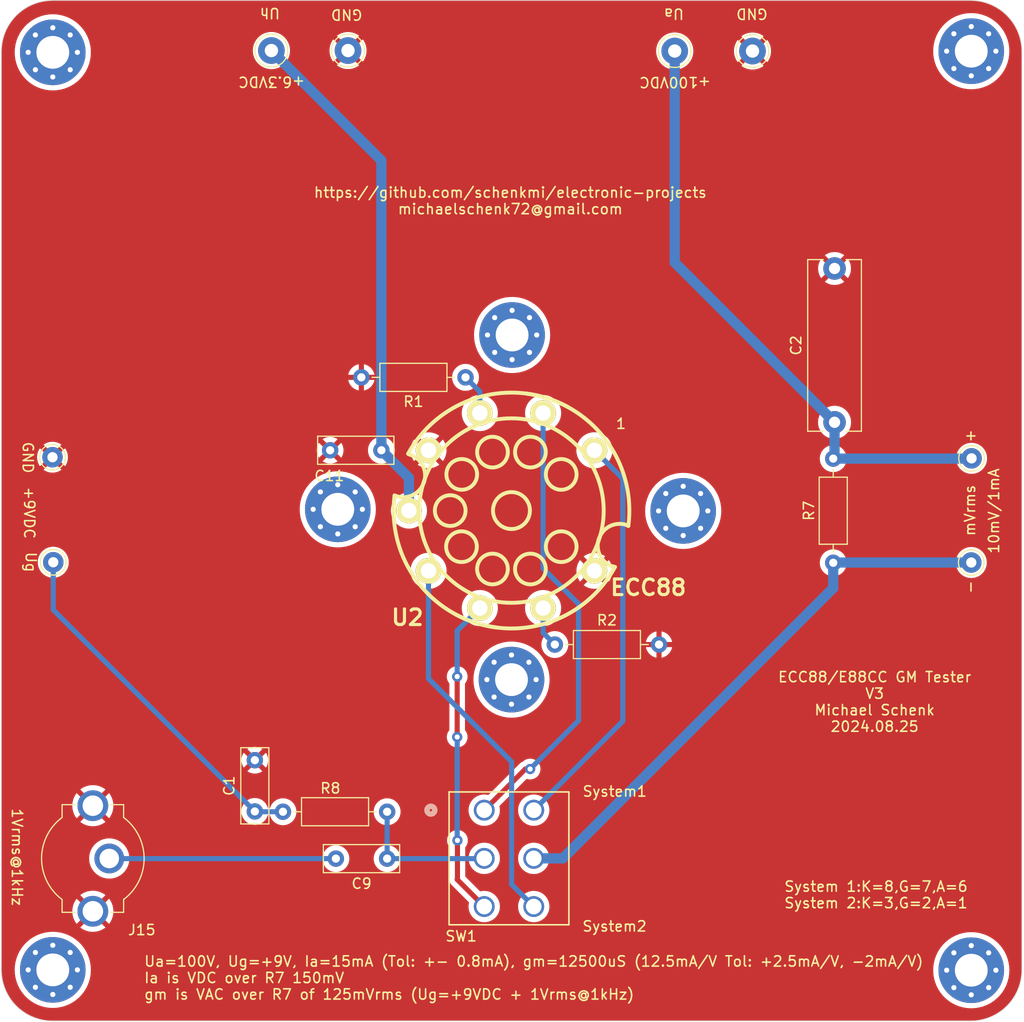
<source format=kicad_pcb>
(kicad_pcb (version 20240108) (generator "pcbnew") (generator_version "8.0")
  (layers (0 "F.Cu" signal) (31 "B.Cu" signal) (34 "B.Paste" user) (35 "F.Paste" user) (36 "B.SilkS" user "B.Silkscreen") (37 "F.SilkS" user "F.Silkscreen") (38 "B.Mask" user) (39 "F.Mask" user) (44 "Edge.Cuts" user))
  (net 0 "")
  (net 1 "VDDA")
  (net 2 "Net-(C9-Pad1)")
  (net 3 "Net-(U2A-K)")
  (net 4 "FVCC")
  (net 5 "Net-(J15-In)")
  (net 6 "FGND")
  (net 7 "Net-(J18-Pin_1)")
  (net 8 "Net-(J17-Pin_1)")
  (net 9 "Net-(U2B-K)")
  (net 10 "Net-(U2B-G)")
  (net 11 "Net-(U2A-A)")
  (net 12 "Net-(U2B-A)")
  (net 13 "Net-(U2A-G)")
  (footprint "MountingHole:MountingHole_3.2mm_M3_Pad_Via" (layer "F.Cu") (at 50.753944 52.832)
    (property "Reference" "H1" (hide yes))
    (property "Value" "MountingHole")
    (pad "1" thru_hole circle (at -2.4 0) (size 0.8 0.8) (drill 0.5) (layers "*.Cu" "*.Mask"))
    (pad "1" thru_hole circle (at -1.697056 -1.697056) (size 0.8 0.8) (drill 0.5) (layers "*.Cu" "*.Mask"))
    (pad "1" thru_hole circle (at -1.697056 1.697056) (size 0.8 0.8) (drill 0.5) (layers "*.Cu" "*.Mask"))
    (pad "1" thru_hole circle (at 0 -2.4) (size 0.8 0.8) (drill 0.5) (layers "*.Cu" "*.Mask"))
    (pad "1" thru_hole circle (at 0 0) (size 6.4 6.4) (drill 3.2) (layers "*.Cu" "*.Mask"))
    (pad "1" thru_hole circle (at 0 2.4) (size 0.8 0.8) (drill 0.5) (layers "*.Cu" "*.Mask"))
    (pad "1" thru_hole circle (at 1.697056 -1.697056) (size 0.8 0.8) (drill 0.5) (layers "*.Cu" "*.Mask"))
    (pad "1" thru_hole circle (at 1.697056 1.697056) (size 0.8 0.8) (drill 0.5) (layers "*.Cu" "*.Mask"))
    (pad "1" thru_hole circle (at 2.4 0) (size 0.8 0.8) (drill 0.5) (layers "*.Cu" "*.Mask"))
  )
  (footprint "MountingHole:MountingHole_3.2mm_M3_Pad_Via" (layer "F.Cu") (at 50.753944 142.320944)
    (property "Reference" "H2" (hide yes))
    (property "Value" "MountingHole")
    (pad "1" thru_hole circle (at -2.4 0) (size 0.8 0.8) (drill 0.5) (layers "*.Cu" "*.Mask"))
    (pad "1" thru_hole circle (at -1.697056 -1.697056) (size 0.8 0.8) (drill 0.5) (layers "*.Cu" "*.Mask"))
    (pad "1" thru_hole circle (at -1.697056 1.697056) (size 0.8 0.8) (drill 0.5) (layers "*.Cu" "*.Mask"))
    (pad "1" thru_hole circle (at 0 -2.4) (size 0.8 0.8) (drill 0.5) (layers "*.Cu" "*.Mask"))
    (pad "1" thru_hole circle (at 0 0) (size 6.4 6.4) (drill 3.2) (layers "*.Cu" "*.Mask"))
    (pad "1" thru_hole circle (at 0 2.4) (size 0.8 0.8) (drill 0.5) (layers "*.Cu" "*.Mask"))
    (pad "1" thru_hole circle (at 1.697056 -1.697056) (size 0.8 0.8) (drill 0.5) (layers "*.Cu" "*.Mask"))
    (pad "1" thru_hole circle (at 1.697056 1.697056) (size 0.8 0.8) (drill 0.5) (layers "*.Cu" "*.Mask"))
    (pad "1" thru_hole circle (at 2.4 0) (size 0.8 0.8) (drill 0.5) (layers "*.Cu" "*.Mask"))
  )
  (footprint "MountingHole:MountingHole_3.2mm_M3_Pad_Via" (layer "F.Cu") (at 140.335 142.354)
    (property "Reference" "H3" (hide yes))
    (property "Value" "MountingHole")
    (pad "1" thru_hole circle (at -2.4 0) (size 0.8 0.8) (drill 0.5) (layers "*.Cu" "*.Mask"))
    (pad "1" thru_hole circle (at -1.697056 -1.697056) (size 0.8 0.8) (drill 0.5) (layers "*.Cu" "*.Mask"))
    (pad "1" thru_hole circle (at -1.697056 1.697056) (size 0.8 0.8) (drill 0.5) (layers "*.Cu" "*.Mask"))
    (pad "1" thru_hole circle (at 0 -2.4) (size 0.8 0.8) (drill 0.5) (layers "*.Cu" "*.Mask"))
    (pad "1" thru_hole circle (at 0 0) (size 6.4 6.4) (drill 3.2) (layers "*.Cu" "*.Mask"))
    (pad "1" thru_hole circle (at 0 2.4) (size 0.8 0.8) (drill 0.5) (layers "*.Cu" "*.Mask"))
    (pad "1" thru_hole circle (at 1.697056 -1.697056) (size 0.8 0.8) (drill 0.5) (layers "*.Cu" "*.Mask"))
    (pad "1" thru_hole circle (at 1.697056 1.697056) (size 0.8 0.8) (drill 0.5) (layers "*.Cu" "*.Mask"))
    (pad "1" thru_hole circle (at 2.4 0) (size 0.8 0.8) (drill 0.5) (layers "*.Cu" "*.Mask"))
  )
  (footprint "MountingHole:MountingHole_3.2mm_M3_Pad_Via" (layer "F.Cu") (at 140.335 52.718)
    (property "Reference" "H4" (hide yes))
    (property "Value" "MountingHole")
    (pad "1" thru_hole circle (at -2.4 0) (size 0.8 0.8) (drill 0.5) (layers "*.Cu" "*.Mask"))
    (pad "1" thru_hole circle (at -1.697056 -1.697056) (size 0.8 0.8) (drill 0.5) (layers "*.Cu" "*.Mask"))
    (pad "1" thru_hole circle (at -1.697056 1.697056) (size 0.8 0.8) (drill 0.5) (layers "*.Cu" "*.Mask"))
    (pad "1" thru_hole circle (at 0 -2.4) (size 0.8 0.8) (drill 0.5) (layers "*.Cu" "*.Mask"))
    (pad "1" thru_hole circle (at 0 0) (size 6.4 6.4) (drill 3.2) (layers "*.Cu" "*.Mask"))
    (pad "1" thru_hole circle (at 0 2.4) (size 0.8 0.8) (drill 0.5) (layers "*.Cu" "*.Mask"))
    (pad "1" thru_hole circle (at 1.697056 -1.697056) (size 0.8 0.8) (drill 0.5) (layers "*.Cu" "*.Mask"))
    (pad "1" thru_hole circle (at 1.697056 1.697056) (size 0.8 0.8) (drill 0.5) (layers "*.Cu" "*.Mask"))
    (pad "1" thru_hole circle (at 2.4 0) (size 0.8 0.8) (drill 0.5) (layers "*.Cu" "*.Mask"))
  )
  (footprint "Connector_Pin:Pin_D1.3mm_L11.0mm" (layer "F.Cu") (at 111.412174 52.705)
    (property "Reference" "J5" (hide yes))
    (property "Value" "Conn_01x01")
    (fp_circle (center 0 0) (end 1.6 0.05) (stroke (width 0.12)) (fill none) (layer "F.SilkS"))
    (pad "1" thru_hole circle (at 0 0) (size 2.6 2.6) (drill 1.3) (layers "*.Cu" "*.Mask") (net 1 "VDDA"))
  )
  (footprint "Connector_Pin:Pin_D1.3mm_L11.0mm" (layer "F.Cu") (at 118.999 52.705)
    (property "Reference" "J6" (hide yes))
    (property "Value" "Conn_01x01")
    (fp_circle (center 0 0) (end 1.6 0.05) (stroke (width 0.12)) (fill none) (layer "F.SilkS"))
    (pad "1" thru_hole circle (at 0 0) (size 2.6 2.6) (drill 1.3) (layers "*.Cu" "*.Mask") (net 6 "FGND"))
  )
  (footprint "Connector_Pin:Pin_D1.3mm_L11.0mm" (layer "F.Cu") (at 72.076483 52.657064)
    (property "Reference" "J9" (hide yes))
    (property "Value" "Conn_01x01")
    (fp_circle (center 0 0) (end 1.6 0.05) (stroke (width 0.12)) (fill none) (layer "F.SilkS"))
    (pad "1" thru_hole circle (at 0 0) (size 2.6 2.6) (drill 1.3) (layers "*.Cu" "*.Mask") (net 4 "FVCC"))
  )
  (footprint "Connector_Pin:Pin_D1.3mm_L11.0mm" (layer "F.Cu") (at 79.547902 52.657064)
    (property "Reference" "J10" (hide yes))
    (property "Value" "Conn_01x01")
    (fp_circle (center 0 0) (end 1.6 0.05) (stroke (width 0.12)) (fill none) (layer "F.SilkS"))
    (pad "1" thru_hole circle (at 0 0) (size 2.6 2.6) (drill 1.3) (layers "*.Cu" "*.Mask") (net 6 "FGND"))
  )
  (footprint "Capacitor_THT:C_Rect_L7.2mm_W2.5mm_P5.00mm_FKS2_FKP2_MKS2_MKP2" (layer "F.Cu") (at 82.804 91.6432 180)
    (property "Reference" "C11" (at 5.08 -2.5 0) (layer "F.SilkS"))
    (property "Value" "100nF")
    (fp_line (start 6.22 -1.37) (end 6.22 1.37) (stroke (width 0.12)) (layer "F.SilkS"))
    (fp_line (start -1.22 1.37) (end 6.22 1.37) (stroke (width 0.12)) (layer "F.SilkS"))
    (fp_line (start -1.22 -1.37) (end 6.22 -1.37) (stroke (width 0.12)) (layer "F.SilkS"))
    (fp_line (start -1.22 -1.37) (end -1.22 1.37) (stroke (width 0.12)) (layer "F.SilkS"))
    (pad "1" thru_hole circle (at 0 0 180) (size 1.6 1.6) (drill 0.8) (layers "*.Cu" "*.Mask") (net 4 "FVCC"))
    (pad "2" thru_hole circle (at 5 0 180) (size 1.6 1.6) (drill 0.8) (layers "*.Cu" "*.Mask") (net 6 "FGND"))
  )
  (footprint "Resistor_THT:R_Axial_DIN0207_L6.3mm_D2.5mm_P10.16mm_Horizontal" (layer "F.Cu") (at 83.3628 126.8984 180)
    (property "Reference" "R8" (at 5.5372 2.286 0) (layer "F.SilkS"))
    (property "Value" "200k/0.6W")
    (fp_line (start 9.12 0) (end 8.35 0) (stroke (width 0.12)) (layer "F.SilkS"))
    (fp_line (start 8.35 1.37) (end 8.35 -1.37) (stroke (width 0.12)) (layer "F.SilkS"))
    (fp_line (start 8.35 -1.37) (end 1.81 -1.37) (stroke (width 0.12)) (layer "F.SilkS"))
    (fp_line (start 1.81 1.37) (end 8.35 1.37) (stroke (width 0.12)) (layer "F.SilkS"))
    (fp_line (start 1.81 -1.37) (end 1.81 1.37) (stroke (width 0.12)) (layer "F.SilkS"))
    (fp_line (start 1.04 0) (end 1.81 0) (stroke (width 0.12)) (layer "F.SilkS"))
    (pad "1" thru_hole circle (at 0 0 180) (size 1.6 1.6) (drill 0.8) (layers "*.Cu" "*.Mask") (net 2 "Net-(C9-Pad1)"))
    (pad "2" thru_hole oval (at 10.16 0 180) (size 1.6 1.6) (drill 0.8) (layers "*.Cu" "*.Mask") (net 7 "Net-(J18-Pin_1)"))
  )
  (footprint "Resistor_THT:R_Axial_DIN0207_L6.3mm_D2.5mm_P10.16mm_Horizontal" (layer "F.Cu") (at 126.873 102.616 90)
    (property "Reference" "R7" (at 5.08 -2.37 90) (layer "F.SilkS"))
    (property "Value" "10R/0.4W/0.1%")
    (fp_line (start 8.35 -1.37) (end 1.81 -1.37) (stroke (width 0.12)) (layer "F.SilkS"))
    (fp_line (start 1.81 -1.37) (end 1.81 1.37) (stroke (width 0.12)) (layer "F.SilkS"))
    (fp_line (start 9.12 0) (end 8.35 0) (stroke (width 0.12)) (layer "F.SilkS"))
    (fp_line (start 1.04 0) (end 1.81 0) (stroke (width 0.12)) (layer "F.SilkS"))
    (fp_line (start 8.35 1.37) (end 8.35 -1.37) (stroke (width 0.12)) (layer "F.SilkS"))
    (fp_line (start 1.81 1.37) (end 8.35 1.37) (stroke (width 0.12)) (layer "F.SilkS"))
    (pad "1" thru_hole circle (at 0 0 90) (size 1.6 1.6) (drill 0.8) (layers "*.Cu" "*.Mask") (net 8 "Net-(J17-Pin_1)"))
    (pad "2" thru_hole oval (at 10.16 0 90) (size 1.6 1.6) (drill 0.8) (layers "*.Cu" "*.Mask") (net 1 "VDDA"))
  )
  (footprint "kicad-snk:TubeNoval-ECC88" (layer "F.Cu") (at 95.48876 97.5233 90)
    (property "Reference" "U2" (at -10.4267 -10.14476 180) (layer "F.SilkS") (effects (font (size 1.524 1.524) (thickness 0.3048))))
    (property "Value" "ECC88" (at -7.5057 13.35024 180) (layer "F.SilkS") (effects (font (size 1.524 1.524) (thickness 0.3048))))
    (fp_line (start 1.47574 -11.39952) (end 1.39954 -11.19886) (stroke (width 0.37846)) (layer "F.SilkS"))
    (fp_line (start 5.5245 -10.07618) (end 5.45084 -9.90092) (stroke (width 0.37846)) (layer "F.SilkS"))
    (fp_line (start -5.4991 10.09904) (end -5.42544 9.79932) (stroke (width 0.37846)) (layer "F.SilkS"))
    (fp_line (start -1.50114 11.39952) (end -1.39954 11.19886) (stroke (width 0.37846)) (layer "F.SilkS"))
    (fp_arc (start 5.5499 -10.07618) (mid 11.049307 -3.200563) (end 10.07618 5.5499) (stroke (width 0.37846)) (layer "F.SilkS"))
    (fp_arc (start 5.45084 -9.90092) (mid 4.39738 -8.658122) (end 2.77368 -8.52424) (stroke (width 0.37846)) (layer "F.SilkS"))
    (fp_arc (start 2.79908 -8.52424) (mid 1.548843 -9.55974) (end 1.397 -11.176) (stroke (width 0.37846)) (layer "F.SilkS"))
    (fp_arc (start -11.39952 -1.47574) (mid -7.017172 -9.104184) (end 1.47574 -11.39952) (stroke (width 0.37846)) (layer "F.SilkS"))
    (fp_arc (start 11.39952 1.50114) (mid 6.999212 9.122144) (end -1.50114 11.39952) (stroke (width 0.37846)) (layer "F.SilkS"))
    (fp_arc (start -2.77622 8.52424) (mid -1.532678 9.575904) (end -1.397 11.19886) (stroke (width 0.37846)) (layer "F.SilkS"))
    (fp_arc (start -5.45084 9.87552) (mid -4.379419 8.640161) (end -2.74828 8.52424) (stroke (width 0.37846)) (layer "F.SilkS"))
    (fp_arc (start -5.4991 10.09904) (mid -11.029552 3.252649) (end -10.09904 -5.4991) (stroke (width 0.37846)) (layer "F.SilkS"))
    (fp_circle (center -0.00254 -5.97408) (end 1.49606 -5.97408) (stroke (width 0.37846)) (fill none) (layer "F.SilkS"))
    (fp_circle (center -3.52298 -4.87426) (end -2.02438 -4.87426) (stroke (width 0.37846)) (fill none) (layer "F.SilkS"))
    (fp_circle (center 3.52806 -4.84886) (end 5.02666 -4.84886) (stroke (width 0.37846)) (fill none) (layer "F.SilkS"))
    (fp_circle (center -5.69976 -1.85166) (end -4.20116 -1.85166) (stroke (width 0.37846)) (fill none) (layer "F.SilkS"))
    (fp_circle (center 5.69976 -1.84912) (end 7.19836 -1.84912) (stroke (width 0.37846)) (fill none) (layer "F.SilkS"))
    (fp_circle (center 0 0) (end 8.99668 0) (stroke (width 0.37846)) (fill none) (layer "F.SilkS"))
    (fp_circle (center 0 0) (end 1.80086 0) (stroke (width 0.37846)) (fill none) (layer "F.SilkS"))
    (fp_circle (center 5.7023 1.84912) (end 7.2009 1.84912) (stroke (width 0.37846)) (fill none) (layer "F.SilkS"))
    (fp_circle (center -5.69976 1.84912) (end -4.20116 1.84912) (stroke (width 0.37846)) (fill none) (layer "F.SilkS"))
    (fp_circle (center 3.52552 4.8514) (end 5.02412 4.8514) (stroke (width 0.37846)) (fill none) (layer "F.SilkS"))
    (fp_circle (center -3.52298 4.8514) (end -2.02438 4.8514) (stroke (width 0.37846)) (fill none) (layer "F.SilkS"))
    (pad "1" thru_hole circle (at 5.87756 8.0899 90) (size 2.49936 2.49936) (drill 1.4986) (layers "*.Cu" "*.Mask" "F.SilkS") (net 11 "Net-(U2A-A)"))
    (pad "2" thru_hole circle (at 9.50976 3.0861 90) (size 2.49936 2.49936) (drill 1.4986) (layers "*.Cu" "*.Mask" "F.SilkS") (net 13 "Net-(U2A-G)"))
    (pad "3" thru_hole circle (at 9.50976 -3.0861 90) (size 2.49936 2.49936) (drill 1.4986) (layers "*.Cu" "*.Mask" "F.SilkS") (net 3 "Net-(U2A-K)"))
    (pad "4" thru_hole circle (at 5.87756 -8.0899 90) (size 2.49936 2.49936) (drill 1.4986) (layers "*.Cu" "*.Mask" "F.SilkS") (net 6 "FGND"))
    (pad "5" thru_hole circle (at 0 -9.99998 90) (size 2.49936 2.49936) (drill 1.4986) (layers "*.Cu" "*.Mask" "F.SilkS") (net 4 "FVCC"))
    (pad "6" thru_hole circle (at -5.87756 -8.0899 90) (size 2.49936 2.49936) (drill 1.4986) (layers "*.Cu" "*.Mask" "F.SilkS") (net 12 "Net-(U2B-A)"))
    (pad "7" thru_hole circle (at -9.50976 -3.0861 90) (size 2.49936 2.49936) (drill 1.4986) (layers "*.Cu" "*.Mask" "F.SilkS") (net 10 "Net-(U2B-G)"))
    (pad "8" thru_hole circle (at -9.50976 3.0861 90) (size 2.49936 2.49936) (drill 1.4986) (layers "*.Cu" "*.Mask" "F.SilkS") (net 9 "Net-(U2B-K)"))
    (pad "9" thru_hole circle (at -5.87756 8.0899 90) (size 2.49936 2.49936) (drill 1.4986) (layers "*.Cu" "*.Mask" "F.SilkS") (net 6 "FGND"))
  )
  (footprint "Connector_Pin:Pin_D1.0mm_L10.0mm" (layer "F.Cu") (at 140.364853 92.4306)
    (property "Reference" "J16" (hide yes))
    (property "Value" "Conn_01x01")
    (fp_circle (center 0 0) (end 1.25 0.05) (stroke (width 0.12)) (fill none) (layer "F.SilkS"))
    (pad "1" thru_hole circle (at 0 0) (size 2 2) (drill 1) (layers "*.Cu" "*.Mask") (net 1 "VDDA"))
  )
  (footprint "kicad-snk:RCA-Phono_CUI-Devices_RCJ-02X_Vertical" (layer "F.Cu") (at 54.6608 131.457126 -90)
    (property "Reference" "J15" (at 6.972874 -4.7752 180) (layer "F.SilkS"))
    (property "Value" "1Vrms@1kHz")
    (fp_line (start -5.25 3) (end -4.02 3) (stroke (width 0.12)) (layer "F.SilkS"))
    (fp_line (start -5.25 3) (end -5.25 1.66) (stroke (width 0.12)) (layer "F.SilkS"))
    (fp_line (start 5.25 3) (end 3.99 3) (stroke (width 0.12)) (layer "F.SilkS"))
    (fp_line (start 5.25 3) (end 5.25 1.66) (stroke (width 0.12)) (layer "F.SilkS"))
    (fp_line (start -5.25 -3) (end -5.25 -1.68) (stroke (width 0.12)) (layer "F.SilkS"))
    (fp_line (start -5.25 -3) (end -4.03 -3) (stroke (width 0.12)) (layer "F.SilkS"))
    (fp_line (start 5.25 -3) (end 5.25 -1.66) (stroke (width 0.12)) (layer "F.SilkS"))
    (fp_line (start 5.25 -3) (end 3.97 -3) (stroke (width 0.12)) (layer "F.SilkS"))
    (fp_arc (start 3.96312 3.048554) (mid -0.030486 4.999907) (end -4 3) (stroke (width 0.12)) (layer "F.SilkS"))
    (fp_arc (start -4 -2.999999) (mid -0.000001 -4.999999) (end 3.999999 -3) (stroke (width 0.12)) (layer "F.SilkS"))
    (pad "1" thru_hole circle (at 0 -1.6 270) (size 2.9 2.9) (drill 1.9) (layers "*.Cu" "*.Mask") (net 5 "Net-(J15-In)"))
    (pad "2" thru_hole circle (at -5.15 0 270) (size 3 3) (drill 2) (layers "*.Cu" "*.Mask") (net 6 "FGND"))
    (pad "2" thru_hole circle (at 5.15 0 270) (size 3 3) (drill 2) (layers "*.Cu" "*.Mask") (net 6 "FGND"))
  )
  (footprint "MountingHole:MountingHole_3.2mm_M3_Pad_Via" (layer "F.Cu") (at 78.549573 97.401311)
    (property "Reference" "H5" (hide yes))
    (property "Value" "MountingHole")
    (pad "1" thru_hole circle (at -2.4 0) (size 0.8 0.8) (drill 0.5) (layers "*.Cu" "*.Mask"))
    (pad "1" thru_hole circle (at -1.697056 -1.697056) (size 0.8 0.8) (drill 0.5) (layers "*.Cu" "*.Mask"))
    (pad "1" thru_hole circle (at -1.697056 1.697056) (size 0.8 0.8) (drill 0.5) (layers "*.Cu" "*.Mask"))
    (pad "1" thru_hole circle (at 0 -2.4) (size 0.8 0.8) (drill 0.5) (layers "*.Cu" "*.Mask"))
    (pad "1" thru_hole circle (at 0 0) (size 6.4 6.4) (drill 3.2) (layers "*.Cu" "*.Mask"))
    (pad "1" thru_hole circle (at 0 2.4) (size 0.8 0.8) (drill 0.5) (layers "*.Cu" "*.Mask"))
    (pad "1" thru_hole circle (at 1.697056 -1.697056) (size 0.8 0.8) (drill 0.5) (layers "*.Cu" "*.Mask"))
    (pad "1" thru_hole circle (at 1.697056 1.697056) (size 0.8 0.8) (drill 0.5) (layers "*.Cu" "*.Mask"))
    (pad "1" thru_hole circle (at 2.4 0) (size 0.8 0.8) (drill 0.5) (layers "*.Cu" "*.Mask"))
  )
  (footprint "Capacitor_THT:C_Rect_L7.2mm_W2.5mm_P5.00mm_FKS2_FKP2_MKS2_MKP2" (layer "F.Cu") (at 83.3628 131.4704 180)
    (property "Reference" "C9" (at 2.4892 -2.4384 0) (layer "F.SilkS"))
    (property "Value" "100nF")
    (fp_line (start 6.22 -1.37) (end 6.22 1.37) (stroke (width 0.12)) (layer "F.SilkS"))
    (fp_line (start -1.22 1.37) (end 6.22 1.37) (stroke (width 0.12)) (layer "F.SilkS"))
    (fp_line (start -1.22 -1.37) (end 6.22 -1.37) (stroke (width 0.12)) (layer "F.SilkS"))
    (fp_line (start -1.22 -1.37) (end -1.22 1.37) (stroke (width 0.12)) (layer "F.SilkS"))
    (pad "1" thru_hole circle (at 0 0 180) (size 1.6 1.6) (drill 0.8) (layers "*.Cu" "*.Mask") (net 2 "Net-(C9-Pad1)"))
    (pad "2" thru_hole circle (at 5 0 180) (size 1.6 1.6) (drill 0.8) (layers "*.Cu" "*.Mask") (net 5 "Net-(J15-In)"))
  )
  (footprint "Resistor_THT:R_Axial_DIN0207_L6.3mm_D2.5mm_P10.16mm_Horizontal" (layer "F.Cu") (at 99.7204 110.5916)
    (property "Reference" "R2" (at 5.08 -2.37 0) (layer "F.SilkS"))
    (property "Value" "680R/0.6W")
    (fp_line (start 1.04 0) (end 1.81 0) (stroke (width 0.12)) (layer "F.SilkS"))
    (fp_line (start 1.81 -1.37) (end 1.81 1.37) (stroke (width 0.12)) (layer "F.SilkS"))
    (fp_line (start 1.81 1.37) (end 8.35 1.37) (stroke (width 0.12)) (layer "F.SilkS"))
    (fp_line (start 8.35 -1.37) (end 1.81 -1.37) (stroke (width 0.12)) (layer "F.SilkS"))
    (fp_line (start 8.35 1.37) (end 8.35 -1.37) (stroke (width 0.12)) (layer "F.SilkS"))
    (fp_line (start 9.12 0) (end 8.35 0) (stroke (width 0.12)) (layer "F.SilkS"))
    (pad "1" thru_hole circle (at 0 0) (size 1.6 1.6) (drill 0.8) (layers "*.Cu" "*.Mask") (net 9 "Net-(U2B-K)"))
    (pad "2" thru_hole oval (at 10.16 0) (size 1.6 1.6) (drill 0.8) (layers "*.Cu" "*.Mask") (net 6 "FGND"))
  )
  (footprint "Connector_Pin:Pin_D1.0mm_L10.0mm" (layer "F.Cu") (at 50.8 102.5652)
    (property "Reference" "J18" (hide yes))
    (property "Value" "~")
    (fp_circle (center 0 0) (end 1.25 0.05) (stroke (width 0.12)) (fill none) (layer "F.SilkS"))
    (pad "1" thru_hole circle (at 0 0) (size 2 2) (drill 1) (layers "*.Cu" "*.Mask") (net 7 "Net-(J18-Pin_1)"))
  )
  (footprint "Capacitor_THT:C_Rect_L7.2mm_W2.5mm_P5.00mm_FKS2_FKP2_MKS2_MKP2" (layer "F.Cu") (at 70.4596 126.8692 90)
    (property "Reference" "C1" (at 2.5 -2.5 90) (layer "F.SilkS"))
    (property "Value" "100nF")
    (fp_line (start 6.22 -1.37) (end 6.22 1.37) (stroke (width 0.12)) (layer "F.SilkS"))
    (fp_line (start -1.22 -1.37) (end 6.22 -1.37) (stroke (width 0.12)) (layer "F.SilkS"))
    (fp_line (start -1.22 -1.37) (end -1.22 1.37) (stroke (width 0.12)) (layer "F.SilkS"))
    (fp_line (start -1.22 1.37) (end 6.22 1.37) (stroke (width 0.12)) (layer "F.SilkS"))
    (pad "1" thru_hole circle (at 0 0 90) (size 1.6 1.6) (drill 0.8) (layers "*.Cu" "*.Mask") (net 7 "Net-(J18-Pin_1)"))
    (pad "2" thru_hole circle (at 5 0 90) (size 1.6 1.6) (drill 0.8) (layers "*.Cu" "*.Mask") (net 6 "FGND"))
  )
  (footprint "Connector_Pin:Pin_D1.0mm_L10.0mm" (layer "F.Cu") (at 50.725632 92.32051)
    (property "Reference" "J19" (hide yes))
    (property "Value" "~")
    (fp_circle (center 0 0) (end 1.25 0.05) (stroke (width 0.12)) (fill none) (layer "F.SilkS"))
    (pad "1" thru_hole circle (at 0 0) (size 2 2) (drill 1) (layers "*.Cu" "*.Mask") (net 6 "FGND"))
  )
  (footprint "Connector_Pin:Pin_D1.0mm_L10.0mm" (layer "F.Cu") (at 140.335 102.5906)
    (property "Reference" "J17" (hide yes))
    (property "Value" "Conn_01x01")
    (fp_circle (center 0 0) (end 1.25 0.05) (stroke (width 0.12)) (fill none) (layer "F.SilkS"))
    (pad "1" thru_hole circle (at 0 0) (size 2 2) (drill 1) (layers "*.Cu" "*.Mask") (net 8 "Net-(J17-Pin_1)"))
  )
  (footprint "Resistor_THT:R_Axial_DIN0207_L6.3mm_D2.5mm_P10.16mm_Horizontal" (layer "F.Cu") (at 91.0082 84.5312 180)
    (property "Reference" "R1" (at 5.08 -2.37 0) (layer "F.SilkS"))
    (property "Value" "680R/0.6W")
    (fp_line (start 9.12 0) (end 8.35 0) (stroke (width 0.12)) (layer "F.SilkS"))
    (fp_line (start 8.35 1.37) (end 8.35 -1.37) (stroke (width 0.12)) (layer "F.SilkS"))
    (fp_line (start 8.35 -1.37) (end 1.81 -1.37) (stroke (width 0.12)) (layer "F.SilkS"))
    (fp_line (start 1.81 1.37) (end 8.35 1.37) (stroke (width 0.12)) (layer "F.SilkS"))
    (fp_line (start 1.81 -1.37) (end 1.81 1.37) (stroke (width 0.12)) (layer "F.SilkS"))
    (fp_line (start 1.04 0) (end 1.81 0) (stroke (width 0.12)) (layer "F.SilkS"))
    (pad "1" thru_hole circle (at 0 0 180) (size 1.6 1.6) (drill 0.8) (layers "*.Cu" "*.Mask") (net 3 "Net-(U2A-K)"))
    (pad "2" thru_hole oval (at 10.16 0 180) (size 1.6 1.6) (drill 0.8) (layers "*.Cu" "*.Mask") (net 6 "FGND"))
  )
  (footprint "MountingHole:MountingHole_3.2mm_M3_Pad_Via" (layer "F.Cu") (at 95.550415 80.400469)
    (property "Reference" "H7" (hide yes))
    (property "Value" "MountingHole")
    (pad "1" thru_hole circle (at -2.4 0) (size 0.8 0.8) (drill 0.5) (layers "*.Cu" "*.Mask"))
    (pad "1" thru_hole circle (at -1.697056 -1.697056) (size 0.8 0.8) (drill 0.5) (layers "*.Cu" "*.Mask"))
    (pad "1" thru_hole circle (at -1.697056 1.697056) (size 0.8 0.8) (drill 0.5) (layers "*.Cu" "*.Mask"))
    (pad "1" thru_hole circle (at 0 -2.4) (size 0.8 0.8) (drill 0.5) (layers "*.Cu" "*.Mask"))
    (pad "1" thru_hole circle (at 0 0) (size 6.4 6.4) (drill 3.2) (layers "*.Cu" "*.Mask"))
    (pad "1" thru_hole circle (at 0 2.4) (size 0.8 0.8) (drill 0.5) (layers "*.Cu" "*.Mask"))
    (pad "1" thru_hole circle (at 1.697056 -1.697056) (size 0.8 0.8) (drill 0.5) (layers "*.Cu" "*.Mask"))
    (pad "1" thru_hole circle (at 1.697056 1.697056) (size 0.8 0.8) (drill 0.5) (layers "*.Cu" "*.Mask"))
    (pad "1" thru_hole circle (at 2.4 0) (size 0.8 0.8) (drill 0.5) (layers "*.Cu" "*.Mask"))
  )
  (footprint "MountingHole:MountingHole_3.2mm_M3_Pad_Via" (layer "F.Cu") (at 112.238939 97.55747)
    (property "Reference" "H6" (hide yes))
    (property "Value" "MountingHole")
    (pad "1" thru_hole circle (at -2.4 0) (size 0.8 0.8) (drill 0.5) (layers "*.Cu" "*.Mask"))
    (pad "1" thru_hole circle (at -1.697056 -1.697056) (size 0.8 0.8) (drill 0.5) (layers "*.Cu" "*.Mask"))
    (pad "1" thru_hole circle (at -1.697056 1.697056) (size 0.8 0.8) (drill 0.5) (layers "*.Cu" "*.Mask"))
    (pad "1" thru_hole circle (at 0 -2.4) (size 0.8 0.8) (drill 0.5) (layers "*.Cu" "*.Mask"))
    (pad "1" thru_hole circle (at 0 0) (size 6.4 6.4) (drill 3.2) (layers "*.Cu" "*.Mask"))
    (pad "1" thru_hole circle (at 0 2.4) (size 0.8 0.8) (drill 0.5) (layers "*.Cu" "*.Mask"))
    (pad "1" thru_hole circle (at 1.697056 -1.697056) (size 0.8 0.8) (drill 0.5) (layers "*.Cu" "*.Mask"))
    (pad "1" thru_hole circle (at 1.697056 1.697056) (size 0.8 0.8) (drill 0.5) (layers "*.Cu" "*.Mask"))
    (pad "1" thru_hole circle (at 2.4 0) (size 0.8 0.8) (drill 0.5) (layers "*.Cu" "*.Mask"))
  )
  (footprint "Capacitor_THT:C_Rect_L16.5mm_W5.0mm_P15.00mm_MKT" (layer "F.Cu") (at 127 88.914 90)
    (property "Reference" "C2" (at 7.5 -3.75 90) (layer "F.SilkS"))
    (property "Value" "100nF")
    (fp_line (start 15.87 -2.62) (end 15.87 -1.104) (stroke (width 0.12)) (layer "F.SilkS"))
    (fp_line (start -0.87 -2.62) (end 15.87 -2.62) (stroke (width 0.12)) (layer "F.SilkS"))
    (fp_line (start -0.87 -2.62) (end -0.87 -1.104) (stroke (width 0.12)) (layer "F.SilkS"))
    (fp_line (start 15.87 1.104) (end 15.87 2.62) (stroke (width 0.12)) (layer "F.SilkS"))
    (fp_line (start -0.87 1.104) (end -0.87 2.62) (stroke (width 0.12)) (layer "F.SilkS"))
    (fp_line (start -0.87 2.62) (end 15.87 2.62) (stroke (width 0.12)) (layer "F.SilkS"))
    (pad "1" thru_hole circle (at 0 0 90) (size 2.2 2.2) (drill 1.1) (layers "*.Cu" "*.Mask") (net 1 "VDDA"))
    (pad "2" thru_hole circle (at 15 0 90) (size 2.2 2.2) (drill 1.1) (layers "*.Cu" "*.Mask") (net 6 "FGND"))
  )
  (footprint "MountingHole:MountingHole_3.2mm_M3_Pad_Via" (layer "F.Cu") (at 95.493026 114.011526)
    (property "Reference" "H8" (hide yes))
    (property "Value" "MountingHole")
    (pad "1" thru_hole circle (at -2.4 0) (size 0.8 0.8) (drill 0.5) (layers "*.Cu" "*.Mask"))
    (pad "1" thru_hole circle (at -1.697056 -1.697056) (size 0.8 0.8) (drill 0.5) (layers "*.Cu" "*.Mask"))
    (pad "1" thru_hole circle (at -1.697056 1.697056) (size 0.8 0.8) (drill 0.5) (layers "*.Cu" "*.Mask"))
    (pad "1" thru_hole circle (at 0 -2.4) (size 0.8 0.8) (drill 0.5) (layers "*.Cu" "*.Mask"))
    (pad "1" thru_hole circle (at 0 0) (size 6.4 6.4) (drill 3.2) (layers "*.Cu" "*.Mask"))
    (pad "1" thru_hole circle (at 0 2.4) (size 0.8 0.8) (drill 0.5) (layers "*.Cu" "*.Mask"))
    (pad "1" thru_hole circle (at 1.697056 -1.697056) (size 0.8 0.8) (drill 0.5) (layers "*.Cu" "*.Mask"))
    (pad "1" thru_hole circle (at 1.697056 1.697056) (size 0.8 0.8) (drill 0.5) (layers "*.Cu" "*.Mask"))
    (pad "1" thru_hole circle (at 2.4 0) (size 0.8 0.8) (drill 0.5) (layers "*.Cu" "*.Mask"))
  )
  (footprint "kicad-snk:SW6_ANT21SECQE_CRS" (layer "F.Cu") (at 92.832998 126.744999)
    (property "Reference" "SW1" (at -2.256598 12.294601 0) (layer "F.SilkS"))
    (property "Value" "DPDT_SW_ANT21SECQE")
    (fp_circle (center -5.205 0) (end -4.824 0) (stroke (width 0.508)) (fill none) (layer "B.SilkS"))
    (fp_line (start -3.427 -1.776999) (end -3.427 11.177001) (stroke (width 0.1524)) (layer "F.SilkS"))
    (fp_line (start -3.427 11.177001) (end 8.257 11.177001) (stroke (width 0.1524)) (layer "F.SilkS"))
    (fp_line (start 8.257 -1.776999) (end -3.427 -1.776999) (stroke (width 0.1524)) (layer "F.SilkS"))
    (fp_line (start 8.257 11.177001) (end 8.257 -1.776999) (stroke (width 0.1524)) (layer "F.SilkS"))
    (fp_circle (center -5.205 0) (end -4.824 0) (stroke (width 0.508)) (fill none) (layer "F.SilkS"))
    (pad "1" thru_hole circle (at 0 0) (size 2.032 2.032) (drill 1.524) (layers "*.Cu" "*.Mask") (net 13 "Net-(U2A-G)"))
    (pad "2" thru_hole circle (at 0 4.700001) (size 2.032 2.032) (drill 1.524) (layers "*.Cu" "*.Mask") (net 2 "Net-(C9-Pad1)"))
    (pad "3" thru_hole circle (at 0 9.400001) (size 2.032 2.032) (drill 1.524) (layers "*.Cu" "*.Mask") (net 10 "Net-(U2B-G)"))
    (pad "4" thru_hole circle (at 4.830002 0) (size 2.032 2.032) (drill 1.524) (layers "*.Cu" "*.Mask") (net 11 "Net-(U2A-A)"))
    (pad "5" thru_hole circle (at 4.830002 4.700001) (size 2.032 2.032) (drill 1.524) (layers "*.Cu" "*.Mask") (net 8 "Net-(J17-Pin_1)"))
    (pad "6" thru_hole circle (at 4.830002 9.400001) (size 2.032 2.032) (drill 1.524) (layers "*.Cu" "*.Mask") (net 12 "Net-(U2B-A)"))
  )
  (gr_line (start 140.288 147.32) (end 50.72 147.32) (stroke (width 0.05)) (layer "Edge.Cuts"))
  (gr_line (start 45.72 142.32) (end 45.72 52.752) (stroke (width 0.05)) (layer "Edge.Cuts"))
  (gr_arc (start 145.288 142.32) (mid 143.823534 145.855534) (end 140.288 147.32) (stroke (width 0.05)) (layer "Edge.Cuts"))
  (gr_arc (start 50.72 147.32) (mid 47.184466 145.855534) (end 45.72 142.32) (stroke (width 0.05)) (layer "Edge.Cuts"))
  (gr_line (start 50.72 47.752) (end 140.288 47.752) (stroke (width 0.05)) (layer "Edge.Cuts"))
  (gr_arc (start 45.72 52.752) (mid 47.184466 49.216466) (end 50.72 47.752) (stroke (width 0.05)) (layer "Edge.Cuts"))
  (gr_arc (start 140.288 47.752) (mid 143.823534 49.216466) (end 145.288 52.752) (stroke (width 0.05)) (layer "Edge.Cuts"))
  (gr_line (start 145.288 52.752) (end 145.288 142.32) (stroke (width 0.05)) (layer "Edge.Cuts"))
  (gr_text "GND" (at 48.324558 92.3544 270) (layer "F.SilkS") (effects (font (size 1 1))))
  (gr_text "+6.3VDC" (at 72.093215 55.704078 180) (layer "F.SilkS") (effects (font (size 1 1))))
  (gr_text "GND" (at 118.947135 49.0728 180) (layer "F.SilkS") (effects (font (size 1 1))))
  (gr_text "GND" (at 79.420902 49.151864 180) (layer "F.SilkS") (effects (font (size 1 1))))
  (gr_text "-" (at 140.8176 104.267 90) (layer "F.SilkS") (effects (font (size 1 1)) (justify left bottom mirror)))
  (gr_text "+9VDC" (at 47.879 95.123 270) (layer "F.SilkS") (effects (font (size 1 1)) (justify left bottom)))
  (gr_text "Uh" (at 71.927902 49.00973 180) (layer "F.SilkS") (effects (font (size 1 1))))
  (gr_text "+" (at 141.0208 90.7542 0) (layer "F.SilkS") (effects (font (size 1 1)) (justify left bottom mirror)))
  (gr_text "Ua" (at 111.327135 49.0728 180) (layer "F.SilkS") (effects (font (size 1 1))))
  (gr_text "ECC88/E88CC GM Tester\nV3\nMichael Schenk\n2024.08.25" (at 130.9116 116.1796 0) (layer "F.SilkS") (effects (font (size 1 1))))
  (gr_text "Ua=100V, Ug=+9V, Ia=15mA (Tol: +- 0.8mA), gm=12500uS (12.5mA/V Tol: +2.5mA/V, -2mA/V)\nIa is VDC over R7 150mV\ngm is VAC over R7 of 125mVrms (Ug=+9VDC + 1Vrms@1kHz)\n" (at 59.5884 143.1036 0) (layer "F.SilkS") (effects (font (size 1 1)) (justify left)))
  (gr_text "mVrms" (at 140.208 97.5106 90) (layer "F.SilkS") (effects (font (size 1 1))))
  (gr_text "Ug" (at 48.612937 102.5512 270) (layer "F.SilkS") (effects (font (size 1 1))))
  (gr_text "https://github.com/schenkmi/electronic-projects\nmichaelschenk72@gmail.com" (at 95.377 67.31 0) (layer "F.SilkS") (effects (font (size 1 1))))
  (gr_text "+100VDC" (at 111.446877 55.743231 180) (layer "F.SilkS") (effects (font (size 1 1))))
  (gr_text "1" (at 106.172 89.0524 0) (layer "F.SilkS") (effects (font (size 1 1))))
  (gr_text "10mV/1mA" (at 142.5448 97.5614 90) (layer "F.SilkS") (effects (font (size 1 1))))
  (gr_text "System1" (at 105.5624 124.9172 0) (layer "F.SilkS") (effects (font (size 1 1))))
  (gr_text "System 1:K=8,G=7,A=6\nSystem 2:K=3,G=2,A=1" (at 122.018124 134.998943 0) (layer "F.SilkS") (effects (font (size 1 1)) (justify left)))
  (gr_text "System2" (at 105.543511 138.07317 0) (layer "F.SilkS") (effects (font (size 1 1))))
  (gr_text "1Vrms@1kHz" (at 46.6852 126.492 270) (layer "F.SilkS") (effects (font (size 1 1)) (justify left bottom)))
  (segment (start 111.412174 52.705) (end 111.412174 73.326174) (width 1) (layer "B.Cu") (net 1))
  (segment (start 127 88.914) (end 127 92.329) (width 1) (layer "B.Cu") (net 1))
  (segment (start 140.339453 92.456) (end 140.364853 92.4306) (width 1) (layer "B.Cu") (net 1))
  (segment (start 126.873 92.456) (end 140.339453 92.456) (width 1) (layer "B.Cu") (net 1))
  (segment (start 111.412174 73.326174) (end 127 88.914) (width 1) (layer "B.Cu") (net 1))
  (segment (start 127 92.329) (end 126.873 92.456) (width 1) (layer "B.Cu") (net 1))
  (segment (start 83.3628 131.4704) (end 92.807598 131.4704) (width 0.5) (layer "B.Cu") (net 2))
  (segment (start 83.3628 131.4704) (end 83.3628 126.8984) (width 0.5) (layer "B.Cu") (net 2))
  (segment (start 92.807598 131.4704) (end 92.832998 131.445) (width 0.5) (layer "B.Cu") (net 2))
  (segment (start 92.40266 85.92566) (end 91.0082 84.5312) (width 0.5) (layer "B.Cu") (net 3))
  (segment (start 92.40266 88.01354) (end 92.40266 85.92566) (width 0.5) (layer "B.Cu") (net 3))
  (segment (start 85.48878 94.32798) (end 82.804 91.6432) (width 1) (layer "B.Cu") (net 4))
  (segment (start 85.48878 97.5233) (end 85.48878 94.32798) (width 1) (layer "B.Cu") (net 4))
  (segment (start 82.804 63.384581) (end 72.076483 52.657064) (width 1) (layer "B.Cu") (net 4))
  (segment (start 82.804 91.6432) (end 82.804 63.384581) (width 1) (layer "B.Cu") (net 4))
  (segment (start 78.3628 131.4704) (end 56.274074 131.4704) (width 0.5) (layer "B.Cu") (net 5))
  (segment (start 56.274074 131.4704) (end 56.2608 131.457126) (width 0.5) (layer "B.Cu") (net 5))
  (segment (start 70.4888 126.8984) (end 70.4596 126.8692) (width 0.5) (layer "B.Cu") (net 7))
  (segment (start 73.2028 126.8984) (end 70.4888 126.8984) (width 0.5) (layer "B.Cu") (net 7))
  (segment (start 70.4596 126.8692) (end 50.8 107.2096) (width 0.5) (layer "B.Cu") (net 7))
  (segment (start 50.8 107.2096) (end 50.8 102.5652) (width 0.5) (layer "B.Cu") (net 7))
  (segment (start 126.873 105.075056) (end 126.873 102.616) (width 1) (layer "B.Cu") (net 8))
  (segment (start 140.335 102.5906) (end 126.8984 102.5906) (width 1) (layer "B.Cu") (net 8))
  (segment (start 100.503056 131.445) (end 126.873 105.075056) (width 1) (layer "B.Cu") (net 8))
  (segment (start 126.8984 102.5906) (end 126.873 102.616) (width 1) (layer "B.Cu") (net 8))
  (segment (start 97.663 131.445) (end 100.503056 131.445) (width 1) (layer "B.Cu") (net 8))
  (segment (start 98.57486 107.03306) (end 98.57486 109.44606) (width 0.5) (layer "B.Cu") (net 9))
  (segment (start 98.57486 109.44606) (end 99.7204 110.5916) (width 0.5) (layer "B.Cu") (net 9))
  (segment (start 90.2208 129.6924) (end 90.2208 133.482002) (width 0.5) (layer "F.Cu") (net 10))
  (segment (start 92.832998 136.145) (end 90.1954 133.507402) (width 0.5) (layer "F.Cu") (net 10))
  (segment (start 90.1954 113.7158) (end 90.1954 119.6086) (width 0.5) (layer "F.Cu") (net 10))
  (segment (start 90.2208 133.482002) (end 90.1954 133.507402) (width 0.5) (layer "F.Cu") (net 10))
  (via (at 90.1954 113.7158) (size 1) (drill 0.5) (layers "F.Cu" "B.Cu") (net 10))
  (via (at 90.1954 119.6086) (size 1) (drill 0.5) (layers "F.Cu" "B.Cu") (net 10))
  (via (at 90.2208 129.6924) (size 1) (drill 0.5) (layers "F.Cu" "B.Cu") (net 10))
  (segment (start 90.1954 109.24032) (end 90.1954 113.7158) (width 0.5) (layer "B.Cu") (net 10))
  (segment (start 92.40266 107.03306) (end 90.1954 109.24032) (width 0.5) (layer "B.Cu") (net 10))
  (segment (start 90.1954 119.6086) (end 90.1954 129.667) (width 0.5) (layer "B.Cu") (net 10))
  (segment (start 90.1954 129.667) (end 90.2208 129.6924) (width 0.5) (layer "B.Cu") (net 10))
  (segment (start 106.3498 118.058199) (end 106.3498 94.41688) (width 0.5) (layer "B.Cu") (net 11))
  (segment (start 106.3498 94.41688) (end 103.57866 91.64574) (width 0.5) (layer "B.Cu") (net 11))
  (segment (start 97.663 126.744999) (end 106.3498 118.058199) (width 0.5) (layer "B.Cu") (net 11))
  (segment (start 97.663 136.145) (end 95.504 133.986) (width 0.5) (layer "B.Cu") (net 12))
  (segment (start 95.504 122.0216) (end 87.39886 113.91646) (width 0.5) (layer "B.Cu") (net 12))
  (segment (start 95.504 133.986) (end 95.504 122.0216) (width 0.5) (layer "B.Cu") (net 12))
  (segment (start 87.39886 113.91646) (end 87.39886 103.40086) (width 0.5) (layer "B.Cu") (net 12))
  (segment (start 92.832998 126.744999) (end 96.845197 122.7328) (width 0.5) (layer "F.Cu") (net 13))
  (segment (start 96.845197 122.7328) (end 97.3074 122.7328) (width 0.5) (layer "F.Cu") (net 13))
  (via (at 97.3074 122.7328) (size 1) (drill 0.5) (layers "F.Cu" "B.Cu") (net 13))
  (segment (start 98.57486 103.17226) (end 102.0318 106.6292) (width 0.5) (layer "B.Cu") (net 13))
  (segment (start 98.57486 88.01354) (end 98.57486 103.17226) (width 0.5) (layer "B.Cu") (net 13))
  (segment (start 102.0318 118.0084) (end 97.3074 122.7328) (width 0.5) (layer "B.Cu") (net 13))
  (segment (start 102.0318 106.6292) (end 102.0318 118.0084) (width 0.5) (layer "B.Cu") (net 13))
  (zone (net 6) (net_name "FGND") (layer "F.Cu") (connect_pads (clearance 0.508)) (min_thickness 0.25) (fill yes (thermal_gap 0.5) (thermal_bridge_width 0.5))
    (polygon (pts (xy 45.72 147.32) (xy 45.72 47.752) (xy 145.288 47.752) (xy 145.288 147.32)))
  )
)
</source>
